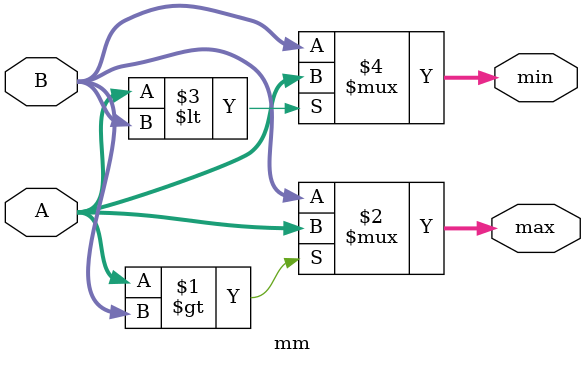
<source format=v>
module mm(input [3:0] A,B, output [3:0] max,min);

assign max = A>B ? A : B;
assign min = A<B ? A : B;


endmodule
</source>
